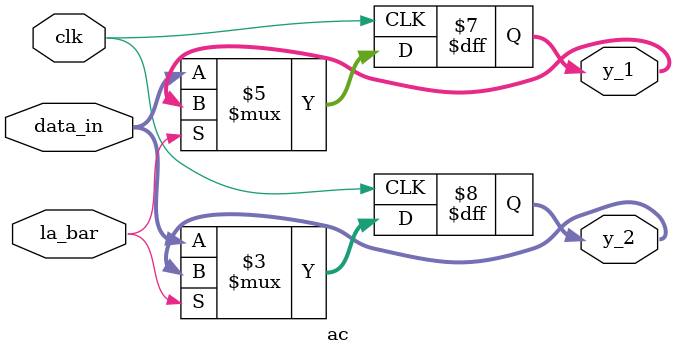
<source format=v>
module ac(y_1 , y_2 , data_in, la_bar , clk);

input [7:0] data_in;
input la_bar , clk ;
output reg [7:0] y_1; // out to the alu 
output reg [7:0] y_2 ; //out to the bus 


always @(posedge clk)
begin 
    if (~la_bar)
    begin
        y_1 <= data_in ;
		  y_2 <= data_in ;
    end
end

endmodule 
</source>
